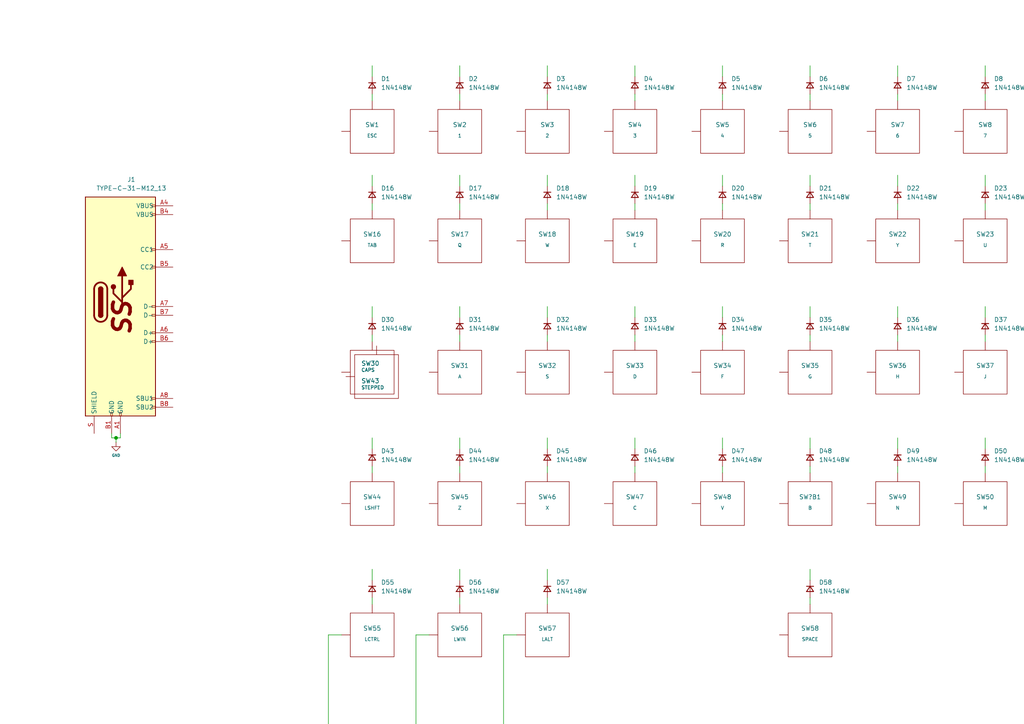
<source format=kicad_sch>
(kicad_sch (version 20200602) (host eeschema "(5.99.0-1913-g40250c427)")
  (page 1 1)
  (paper "A4")
  (lib_symbols
    (symbol "Device:D_Small" (pin_numbers hide) (pin_names (offset 0.254) hide)
      (property "Reference" "D" (at -1.27 2.032 0))
      (property "Value" "D_Small" (at -3.81 -2.032 0))
      (symbol "D_Small_0_1"
        (polyline (pts (xy -0.762 -1.016) (xy -0.762 1.016)) (stroke (width 0.254)))
        (polyline (pts (xy -0.762 0) (xy 0.762 0)))
        (polyline (pts (xy 0.762 -1.016) (xy -0.762 0) (xy 0.762 1.016) (xy 0.762 -1.016)) (stroke (width 0.254)))
      )
      (symbol "D_Small_1_1"
        (pin passive line (at -2.54 0 0) (length 1.778) (name "K") (number "1"))
        (pin passive line (at 2.54 0 180) (length 1.778) (name "A") (number "2"))
      )
    )
    (symbol "acheronSymbols:MXSwitch"
      (property "Reference" "SW" (at 0 0 0))
      (property "Value" "MXSwitch" (at 0 -3.81 0))
      (symbol "MXSwitch_0_1"
        (rectangle (start -6.35 6.35) (end 6.35 -6.35))
        (polyline (pts (xy -6.35 0) (xy -8.89 0)))
        (polyline (pts (xy 0 6.35) (xy 0 8.89)))
      )
      (symbol "MXSwitch_1_1"
        (pin output line (at -8.89 0 0) (length 2.54) hide (name "Col") (number "1"))
        (pin input line (at 0 8.89 270) (length 2.54) hide (name "Row") (number "2"))
      )
    )
    (symbol "acheronSymbols:TYPE-C-31-M12_13"
      (property "Reference" "J" (at -1.27 35.56 0))
      (property "Value" "TYPE-C-31-M12_13" (at 10.16 33.02 0))
      (symbol "TYPE-C-31-M12_13_0_1"
        (arc (start -7.62 -2.54) (end -3.81 -2.54) (radius (at -5.715 -2.54) (length 1.905) (angles -179.9 -0.1)) (stroke (width 0.508)))
        (arc (start -6.35 -2.54) (end -5.08 -2.54) (radius (at -5.715 -2.54) (length 0.635) (angles -179.9 -0.1)) (stroke (width 0.254)))
        (arc (start -6.35 -2.54) (end -5.08 -2.54) (radius (at -5.715 -2.54) (length 0.635) (angles -179.9 -0.1)) (stroke (width 0.254)) (fill (type outline)))
        (arc (start -5.08 5.08) (end -6.35 5.08) (radius (at -5.715 5.08) (length 0.635) (angles 0.1 179.9)) (stroke (width 0.254)) (fill (type outline)))
        (arc (start -5.08 5.08) (end -6.35 5.08) (radius (at -5.715 5.08) (length 0.635) (angles 0.1 179.9)) (stroke (width 0.254)))
        (arc (start -3.81 5.08) (end -7.62 5.08) (radius (at -5.715 5.08) (length 1.905) (angles 0.1 179.9)) (stroke (width 0.508)))
        (circle (center -2.032 5.715) (radius 0.635) (stroke (width 0.254)) (fill (type outline)))
        (rectangle (start -10.16 31.75) (end 10.16 -31.75) (stroke (width 0.254)) (fill (type background)))
        (rectangle (start -6.35 -2.54) (end -5.08 5.08) (stroke (width 0.254)) (fill (type outline)))
        (rectangle (start 2.413 6.35) (end 3.683 7.62) (stroke (width 0.254)) (fill (type outline)))
        (polyline (pts (xy -7.62 -2.54) (xy -7.62 5.08)) (stroke (width 0.508)))
        (polyline (pts (xy -3.81 5.08) (xy -3.81 -2.54)) (stroke (width 0.508)))
        (polyline (pts (xy 0.508 0) (xy 0.508 8.89)) (stroke (width 0.508)))
        (polyline (pts (xy 0.508 1.27) (xy -2.032 3.81) (xy -2.032 5.08)) (stroke (width 0.508)))
        (polyline (pts (xy 0.508 2.54) (xy 3.048 5.08) (xy 3.048 6.35)) (stroke (width 0.508)))
        (polyline (pts (xy -0.762 8.89) (xy 0.508 11.43) (xy 1.778 8.89) (xy -0.762 8.89)) (stroke (width 0.254)) (fill (type outline)))
      )
      (symbol "TYPE-C-31-M12_13_0_0"
        (text "SS" (at 0.508 -3.175 900) (effects (font (size 5.08 5.08) bold italic)))
        (rectangle (start -0.254 -31.75) (end 0.254 -30.734))
        (rectangle (start 10.16 -28.956) (end 9.144 -29.464))
        (rectangle (start 10.16 -26.416) (end 9.144 -26.924))
        (rectangle (start 10.16 -9.906) (end 9.144 -10.414))
        (rectangle (start 10.16 -7.366) (end 9.144 -7.874))
        (rectangle (start 10.16 -2.286) (end 9.144 -2.794))
        (rectangle (start 10.16 0.254) (end 9.144 -0.254))
        (rectangle (start 10.16 11.684) (end 9.144 11.176))
        (rectangle (start 10.16 16.764) (end 9.144 16.256))
        (rectangle (start 10.16 29.464) (end 9.144 28.956))
      )
      (symbol "TYPE-C-31-M12_13_1_1"
        (rectangle (start -2.794 -31.75) (end -2.286 -30.734))
        (rectangle (start 10.16 26.924) (end 9.144 26.416))
        (pin power_out line (at 0 -36.83 90) (length 5.08) (name "GND") (number "A1"))
        (pin power_out line (at 15.24 29.21 180) (length 5.08) (name "VBUS") (number "A4"))
        (pin bidirectional line (at 15.24 16.51 180) (length 5.08) (name "CC1") (number "A5"))
        (pin bidirectional line (at 15.24 -7.62 180) (length 5.08) (name "D+") (number "A6"))
        (pin bidirectional line (at 15.24 0 180) (length 5.08) (name "D-") (number "A7"))
        (pin bidirectional line (at 15.24 -26.67 180) (length 5.08) (name "SBU1") (number "A8"))
        (pin power_out line (at -2.54 -36.83 90) (length 5.08) (name "GND") (number "B1"))
        (pin power_out line (at 15.24 26.67 180) (length 5.08) (name "VBUS") (number "B4"))
        (pin bidirectional line (at 15.24 11.43 180) (length 5.08) (name "CC2") (number "B5"))
        (pin bidirectional line (at 15.24 -10.16 180) (length 5.08) (name "D+") (number "B6"))
        (pin bidirectional line (at 15.24 -2.54 180) (length 5.08) (name "D-") (number "B7"))
        (pin bidirectional line (at 15.24 -29.21 180) (length 5.08) (name "SBU2") (number "B8"))
        (pin passive line (at -7.62 -36.83 90) (length 5.08) (name "SHIELD") (number "S"))
      )
    )
    (symbol "power:GND" (power) (pin_names (offset 0))
      (property "Value" "GND" (at 0 -3.81 0))
      (symbol "GND_0_1"
        (polyline (pts (xy 0 0) (xy 0 -1.27) (xy 1.27 -1.27) (xy 0 -2.54) (xy -1.27 -1.27) (xy 0 -1.27)))
      )
      (symbol "GND_1_1"
        (pin power_in line (at 0 0 270) (length 0) hide (name "GND") (number "1"))
      )
    )
  )
  (junction (at 33.655 127))
  (wire (pts (xy 32.385 125.73) (xy 32.385 127)))
  (wire (pts (xy 32.385 127) (xy 33.655 127)))
  (wire (pts (xy 33.655 127) (xy 33.655 128.27)))
  (wire (pts (xy 33.655 127) (xy 34.925 127)))
  (wire (pts (xy 34.925 127) (xy 34.925 125.73)))
  (wire (pts (xy 95.25 184.15) (xy 95.25 222.25)))
  (wire (pts (xy 95.25 222.25) (xy 99.06 222.25)))
  (wire (pts (xy 99.06 184.15) (xy 95.25 184.15)))
  (wire (pts (xy 107.95 19.05) (xy 107.95 22.225)))
  (wire (pts (xy 107.95 27.305) (xy 107.95 29.21)))
  (wire (pts (xy 107.95 50.8) (xy 107.95 53.975)))
  (wire (pts (xy 107.95 59.055) (xy 107.95 60.96)))
  (wire (pts (xy 107.95 88.9) (xy 107.95 92.075)))
  (wire (pts (xy 107.95 97.155) (xy 107.95 99.06)))
  (wire (pts (xy 107.95 127) (xy 107.95 130.175)))
  (wire (pts (xy 107.95 135.255) (xy 107.95 137.16)))
  (wire (pts (xy 107.95 165.1) (xy 107.95 168.275)))
  (wire (pts (xy 107.95 173.355) (xy 107.95 175.26)))
  (wire (pts (xy 107.95 211.455) (xy 107.95 213.36)))
  (wire (pts (xy 120.65 184.15) (xy 120.65 222.25)))
  (wire (pts (xy 120.65 222.25) (xy 124.46 222.25)))
  (wire (pts (xy 124.46 184.15) (xy 120.65 184.15)))
  (wire (pts (xy 133.35 19.05) (xy 133.35 22.225)))
  (wire (pts (xy 133.35 27.305) (xy 133.35 29.21)))
  (wire (pts (xy 133.35 50.8) (xy 133.35 53.975)))
  (wire (pts (xy 133.35 59.055) (xy 133.35 60.96)))
  (wire (pts (xy 133.35 88.9) (xy 133.35 92.075)))
  (wire (pts (xy 133.35 97.155) (xy 133.35 99.06)))
  (wire (pts (xy 133.35 127) (xy 133.35 130.175)))
  (wire (pts (xy 133.35 135.255) (xy 133.35 137.16)))
  (wire (pts (xy 133.35 165.1) (xy 133.35 168.275)))
  (wire (pts (xy 133.35 173.355) (xy 133.35 175.26)))
  (wire (pts (xy 133.35 211.455) (xy 133.35 213.36)))
  (wire (pts (xy 146.05 184.15) (xy 146.05 222.25)))
  (wire (pts (xy 146.05 222.25) (xy 149.86 222.25)))
  (wire (pts (xy 149.86 184.15) (xy 146.05 184.15)))
  (wire (pts (xy 158.75 19.05) (xy 158.75 22.225)))
  (wire (pts (xy 158.75 27.305) (xy 158.75 29.21)))
  (wire (pts (xy 158.75 50.8) (xy 158.75 53.975)))
  (wire (pts (xy 158.75 59.055) (xy 158.75 60.96)))
  (wire (pts (xy 158.75 88.9) (xy 158.75 92.075)))
  (wire (pts (xy 158.75 97.155) (xy 158.75 99.06)))
  (wire (pts (xy 158.75 127) (xy 158.75 130.175)))
  (wire (pts (xy 158.75 135.255) (xy 158.75 137.16)))
  (wire (pts (xy 158.75 165.1) (xy 158.75 168.275)))
  (wire (pts (xy 158.75 173.355) (xy 158.75 175.26)))
  (wire (pts (xy 158.75 211.455) (xy 158.75 213.36)))
  (wire (pts (xy 184.15 19.05) (xy 184.15 22.225)))
  (wire (pts (xy 184.15 27.305) (xy 184.15 29.21)))
  (wire (pts (xy 184.15 50.8) (xy 184.15 53.975)))
  (wire (pts (xy 184.15 59.055) (xy 184.15 60.96)))
  (wire (pts (xy 184.15 88.9) (xy 184.15 92.075)))
  (wire (pts (xy 184.15 97.155) (xy 184.15 99.06)))
  (wire (pts (xy 184.15 127) (xy 184.15 130.175)))
  (wire (pts (xy 184.15 135.255) (xy 184.15 137.16)))
  (wire (pts (xy 209.55 19.05) (xy 209.55 22.225)))
  (wire (pts (xy 209.55 27.305) (xy 209.55 29.21)))
  (wire (pts (xy 209.55 50.8) (xy 209.55 53.975)))
  (wire (pts (xy 209.55 59.055) (xy 209.55 60.96)))
  (wire (pts (xy 209.55 88.9) (xy 209.55 92.075)))
  (wire (pts (xy 209.55 97.155) (xy 209.55 99.06)))
  (wire (pts (xy 209.55 127) (xy 209.55 130.175)))
  (wire (pts (xy 209.55 135.255) (xy 209.55 137.16)))
  (wire (pts (xy 234.95 19.05) (xy 234.95 22.225)))
  (wire (pts (xy 234.95 27.305) (xy 234.95 29.21)))
  (wire (pts (xy 234.95 50.8) (xy 234.95 53.975)))
  (wire (pts (xy 234.95 59.055) (xy 234.95 60.96)))
  (wire (pts (xy 234.95 88.9) (xy 234.95 92.075)))
  (wire (pts (xy 234.95 97.155) (xy 234.95 99.06)))
  (wire (pts (xy 234.95 127) (xy 234.95 130.175)))
  (wire (pts (xy 234.95 135.255) (xy 234.95 137.16)))
  (wire (pts (xy 234.95 165.1) (xy 234.95 168.275)))
  (wire (pts (xy 234.95 173.355) (xy 234.95 175.26)))
  (wire (pts (xy 234.95 211.455) (xy 234.95 213.36)))
  (wire (pts (xy 260.35 19.05) (xy 260.35 22.225)))
  (wire (pts (xy 260.35 27.305) (xy 260.35 29.21)))
  (wire (pts (xy 260.35 50.8) (xy 260.35 53.975)))
  (wire (pts (xy 260.35 59.055) (xy 260.35 60.96)))
  (wire (pts (xy 260.35 88.9) (xy 260.35 92.075)))
  (wire (pts (xy 260.35 97.155) (xy 260.35 99.06)))
  (wire (pts (xy 260.35 127) (xy 260.35 130.175)))
  (wire (pts (xy 260.35 135.255) (xy 260.35 137.16)))
  (wire (pts (xy 285.75 19.05) (xy 285.75 22.225)))
  (wire (pts (xy 285.75 27.305) (xy 285.75 29.21)))
  (wire (pts (xy 285.75 50.8) (xy 285.75 53.975)))
  (wire (pts (xy 285.75 59.055) (xy 285.75 60.96)))
  (wire (pts (xy 285.75 88.9) (xy 285.75 92.075)))
  (wire (pts (xy 285.75 97.155) (xy 285.75 99.06)))
  (wire (pts (xy 285.75 127) (xy 285.75 130.175)))
  (wire (pts (xy 285.75 135.255) (xy 285.75 137.16)))
  (wire (pts (xy 311.15 19.05) (xy 311.15 22.225)))
  (wire (pts (xy 311.15 27.305) (xy 311.15 29.21)))
  (wire (pts (xy 311.15 50.8) (xy 311.15 53.975)))
  (wire (pts (xy 311.15 59.055) (xy 311.15 60.96)))
  (wire (pts (xy 311.15 88.9) (xy 311.15 92.075)))
  (wire (pts (xy 311.15 97.155) (xy 311.15 99.06)))
  (wire (pts (xy 311.15 127) (xy 311.15 130.175)))
  (wire (pts (xy 311.15 135.255) (xy 311.15 137.16)))
  (wire (pts (xy 311.15 165.1) (xy 311.15 168.275)))
  (wire (pts (xy 311.15 173.355) (xy 311.15 175.26)))
  (wire (pts (xy 323.85 184.15) (xy 323.85 222.25)))
  (wire (pts (xy 323.85 222.25) (xy 327.66 222.25)))
  (wire (pts (xy 327.66 184.15) (xy 323.85 184.15)))
  (wire (pts (xy 336.55 19.05) (xy 336.55 22.225)))
  (wire (pts (xy 336.55 27.305) (xy 336.55 29.21)))
  (wire (pts (xy 336.55 50.8) (xy 336.55 53.975)))
  (wire (pts (xy 336.55 59.055) (xy 336.55 60.96)))
  (wire (pts (xy 336.55 88.9) (xy 336.55 92.075)))
  (wire (pts (xy 336.55 97.155) (xy 336.55 99.06)))
  (wire (pts (xy 336.55 127) (xy 336.55 130.175)))
  (wire (pts (xy 336.55 135.255) (xy 336.55 137.16)))
  (wire (pts (xy 336.55 165.1) (xy 336.55 168.275)))
  (wire (pts (xy 336.55 173.355) (xy 336.55 175.26)))
  (wire (pts (xy 336.55 211.455) (xy 336.55 213.36)))
  (wire (pts (xy 349.25 184.15) (xy 349.25 222.25)))
  (wire (pts (xy 349.25 222.25) (xy 353.06 222.25)))
  (wire (pts (xy 353.06 184.15) (xy 349.25 184.15)))
  (wire (pts (xy 361.95 19.05) (xy 361.95 22.225)))
  (wire (pts (xy 361.95 27.305) (xy 361.95 29.21)))
  (wire (pts (xy 361.95 50.8) (xy 361.95 53.975)))
  (wire (pts (xy 361.95 59.055) (xy 361.95 60.96)))
  (wire (pts (xy 361.95 88.9) (xy 361.95 92.075)))
  (wire (pts (xy 361.95 97.155) (xy 361.95 99.06)))
  (wire (pts (xy 361.95 127) (xy 361.95 130.175)))
  (wire (pts (xy 361.95 135.255) (xy 361.95 137.16)))
  (wire (pts (xy 361.95 165.1) (xy 361.95 168.275)))
  (wire (pts (xy 361.95 173.355) (xy 361.95 175.26)))
  (wire (pts (xy 361.95 211.455) (xy 361.95 213.36)))
  (wire (pts (xy 374.65 184.15) (xy 374.65 222.25)))
  (wire (pts (xy 374.65 222.25) (xy 378.46 222.25)))
  (wire (pts (xy 378.46 184.15) (xy 374.65 184.15)))
  (wire (pts (xy 387.35 19.05) (xy 387.35 22.225)))
  (wire (pts (xy 387.35 27.305) (xy 387.35 29.21)))
  (wire (pts (xy 387.35 50.8) (xy 387.35 53.975)))
  (wire (pts (xy 387.35 59.055) (xy 387.35 60.96)))
  (wire (pts (xy 387.35 88.9) (xy 387.35 92.075)))
  (wire (pts (xy 387.35 97.155) (xy 387.35 99.06)))
  (wire (pts (xy 387.35 127) (xy 387.35 130.175)))
  (wire (pts (xy 387.35 135.255) (xy 387.35 137.16)))
  (wire (pts (xy 387.35 165.1) (xy 387.35 168.275)))
  (wire (pts (xy 387.35 173.355) (xy 387.35 175.26)))
  (wire (pts (xy 387.35 211.455) (xy 387.35 213.36)))
  (wire (pts (xy 412.75 19.05) (xy 412.75 22.225)))
  (wire (pts (xy 412.75 27.305) (xy 412.75 29.21)))
  (wire (pts (xy 412.75 50.8) (xy 412.75 53.975)))
  (wire (pts (xy 412.75 59.055) (xy 412.75 60.96)))
  (wire (pts (xy 412.75 88.9) (xy 412.75 92.075)))
  (wire (pts (xy 412.75 97.155) (xy 412.75 99.06)))
  (wire (pts (xy 438.15 19.05) (xy 438.15 22.225)))
  (wire (pts (xy 438.15 27.305) (xy 438.15 29.21)))
  (wire (pts (xy 438.15 50.8) (xy 438.15 53.975)))
  (wire (pts (xy 438.15 59.055) (xy 438.15 60.96)))
  (wire (pts (xy 463.55 19.05) (xy 463.55 22.225)))
  (wire (pts (xy 463.55 27.305) (xy 463.55 29.21)))
  (symbol (lib_id "power:GND") (at 33.655 128.27 0) (unit 1)
    (property "Reference" "#PWR0101" (effects hide))
    (property "Value" "GND" (at 33.655 132.08 0) (effects (font (size 0.762 0.762))))
  )
  (symbol (lib_id "Device:D_Small") (at 107.95 24.765 270) (unit 1)
    (property "Reference" "D1" (at 110.49 22.86 90) (effects (justify left)))
    (property "Value" "1N4148W" (at 110.49 25.4 90) (effects (justify left)))
    (property "Footprint" "acheron_Components:D_SOD-123" (effects hide))
    (property "Package" "SOD-123" (effects hide))
  )
  (symbol (lib_id "Device:D_Small") (at 107.95 56.515 270) (unit 1)
    (property "Reference" "D16" (at 110.49 54.61 90) (effects (justify left)))
    (property "Value" "1N4148W" (at 110.49 57.15 90) (effects (justify left)))
    (property "Footprint" "acheron_Components:D_SOD-123" (effects hide))
    (property "Package" "SOD-123" (effects hide))
  )
  (symbol (lib_id "Device:D_Small") (at 107.95 94.615 270) (unit 1)
    (property "Reference" "D30" (at 110.49 92.71 90) (effects (justify left)))
    (property "Value" "1N4148W" (at 110.49 95.25 90) (effects (justify left)))
    (property "Footprint" "acheron_Components:D_SOD-123" (effects hide))
    (property "Package" "SOD-123" (effects hide))
  )
  (symbol (lib_id "Device:D_Small") (at 107.95 132.715 270) (unit 1)
    (property "Reference" "D43" (at 110.49 130.81 90) (effects (justify left)))
    (property "Value" "1N4148W" (at 110.49 133.35 90) (effects (justify left)))
    (property "Footprint" "acheron_Components:D_SOD-123" (effects hide))
    (property "Package" "SOD-123" (effects hide))
  )
  (symbol (lib_id "Device:D_Small") (at 107.95 170.815 270) (unit 1)
    (property "Reference" "D55" (at 110.49 168.91 90) (effects (justify left)))
    (property "Value" "1N4148W" (at 110.49 171.45 90) (effects (justify left)))
    (property "Footprint" "acheron_Components:D_SOD-123" (effects hide))
    (property "Package" "SOD-123" (effects hide))
  )
  (symbol (lib_id "Device:D_Small") (at 133.35 24.765 270) (unit 1)
    (property "Reference" "D2" (at 135.89 22.86 90) (effects (justify left)))
    (property "Value" "1N4148W" (at 135.89 25.4 90) (effects (justify left)))
    (property "Footprint" "acheron_Components:D_SOD-123" (effects hide))
    (property "Package" "SOD-123" (effects hide))
  )
  (symbol (lib_id "Device:D_Small") (at 133.35 56.515 270) (unit 1)
    (property "Reference" "D17" (at 135.89 54.61 90) (effects (justify left)))
    (property "Value" "1N4148W" (at 135.89 57.15 90) (effects (justify left)))
    (property "Footprint" "acheron_Components:D_SOD-123" (effects hide))
    (property "Package" "SOD-123" (effects hide))
  )
  (symbol (lib_id "Device:D_Small") (at 133.35 94.615 270) (unit 1)
    (property "Reference" "D31" (at 135.89 92.71 90) (effects (justify left)))
    (property "Value" "1N4148W" (at 135.89 95.25 90) (effects (justify left)))
    (property "Footprint" "acheron_Components:D_SOD-123" (effects hide))
    (property "Package" "SOD-123" (effects hide))
  )
  (symbol (lib_id "Device:D_Small") (at 133.35 132.715 270) (unit 1)
    (property "Reference" "D44" (at 135.89 130.81 90) (effects (justify left)))
    (property "Value" "1N4148W" (at 135.89 133.35 90) (effects (justify left)))
    (property "Footprint" "acheron_Components:D_SOD-123" (effects hide))
    (property "Package" "SOD-123" (effects hide))
  )
  (symbol (lib_id "Device:D_Small") (at 133.35 170.815 270) (unit 1)
    (property "Reference" "D56" (at 135.89 168.91 90) (effects (justify left)))
    (property "Value" "1N4148W" (at 135.89 171.45 90) (effects (justify left)))
    (property "Footprint" "acheron_Components:D_SOD-123" (effects hide))
    (property "Package" "SOD-123" (effects hide))
  )
  (symbol (lib_id "Device:D_Small") (at 158.75 24.765 270) (unit 1)
    (property "Reference" "D3" (at 161.29 22.86 90) (effects (justify left)))
    (property "Value" "1N4148W" (at 161.29 25.4 90) (effects (justify left)))
    (property "Footprint" "acheron_Components:D_SOD-123" (effects hide))
    (property "Package" "SOD-123" (effects hide))
  )
  (symbol (lib_id "Device:D_Small") (at 158.75 56.515 270) (unit 1)
    (property "Reference" "D18" (at 161.29 54.61 90) (effects (justify left)))
    (property "Value" "1N4148W" (at 161.29 57.15 90) (effects (justify left)))
    (property "Footprint" "acheron_Components:D_SOD-123" (effects hide))
    (property "Package" "SOD-123" (effects hide))
  )
  (symbol (lib_id "Device:D_Small") (at 158.75 94.615 270) (unit 1)
    (property "Reference" "D32" (at 161.29 92.71 90) (effects (justify left)))
    (property "Value" "1N4148W" (at 161.29 95.25 90) (effects (justify left)))
    (property "Footprint" "acheron_Components:D_SOD-123" (effects hide))
    (property "Package" "SOD-123" (effects hide))
  )
  (symbol (lib_id "Device:D_Small") (at 158.75 132.715 270) (unit 1)
    (property "Reference" "D45" (at 161.29 130.81 90) (effects (justify left)))
    (property "Value" "1N4148W" (at 161.29 133.35 90) (effects (justify left)))
    (property "Footprint" "acheron_Components:D_SOD-123" (effects hide))
    (property "Package" "SOD-123" (effects hide))
  )
  (symbol (lib_id "Device:D_Small") (at 158.75 170.815 270) (unit 1)
    (property "Reference" "D57" (at 161.29 168.91 90) (effects (justify left)))
    (property "Value" "1N4148W" (at 161.29 171.45 90) (effects (justify left)))
    (property "Footprint" "acheron_Components:D_SOD-123" (effects hide))
    (property "Package" "SOD-123" (effects hide))
  )
  (symbol (lib_id "Device:D_Small") (at 184.15 24.765 270) (unit 1)
    (property "Reference" "D4" (at 186.69 22.86 90) (effects (justify left)))
    (property "Value" "1N4148W" (at 186.69 25.4 90) (effects (justify left)))
    (property "Footprint" "acheron_Components:D_SOD-123" (effects hide))
    (property "Package" "SOD-123" (effects hide))
  )
  (symbol (lib_id "Device:D_Small") (at 184.15 56.515 270) (unit 1)
    (property "Reference" "D19" (at 186.69 54.61 90) (effects (justify left)))
    (property "Value" "1N4148W" (at 186.69 57.15 90) (effects (justify left)))
    (property "Footprint" "acheron_Components:D_SOD-123" (effects hide))
    (property "Package" "SOD-123" (effects hide))
  )
  (symbol (lib_id "Device:D_Small") (at 184.15 94.615 270) (unit 1)
    (property "Reference" "D33" (at 186.69 92.71 90) (effects (justify left)))
    (property "Value" "1N4148W" (at 186.69 95.25 90) (effects (justify left)))
    (property "Footprint" "acheron_Components:D_SOD-123" (effects hide))
    (property "Package" "SOD-123" (effects hide))
  )
  (symbol (lib_id "Device:D_Small") (at 184.15 132.715 270) (unit 1)
    (property "Reference" "D46" (at 186.69 130.81 90) (effects (justify left)))
    (property "Value" "1N4148W" (at 186.69 133.35 90) (effects (justify left)))
    (property "Footprint" "acheron_Components:D_SOD-123" (effects hide))
    (property "Package" "SOD-123" (effects hide))
  )
  (symbol (lib_id "Device:D_Small") (at 209.55 24.765 270) (unit 1)
    (property "Reference" "D5" (at 212.09 22.86 90) (effects (justify left)))
    (property "Value" "1N4148W" (at 212.09 25.4 90) (effects (justify left)))
    (property "Footprint" "acheron_Components:D_SOD-123" (effects hide))
    (property "Package" "SOD-123" (effects hide))
  )
  (symbol (lib_id "Device:D_Small") (at 209.55 56.515 270) (unit 1)
    (property "Reference" "D20" (at 212.09 54.61 90) (effects (justify left)))
    (property "Value" "1N4148W" (at 212.09 57.15 90) (effects (justify left)))
    (property "Footprint" "acheron_Components:D_SOD-123" (effects hide))
    (property "Package" "SOD-123" (effects hide))
  )
  (symbol (lib_id "Device:D_Small") (at 209.55 94.615 270) (unit 1)
    (property "Reference" "D34" (at 212.09 92.71 90) (effects (justify left)))
    (property "Value" "1N4148W" (at 212.09 95.25 90) (effects (justify left)))
    (property "Footprint" "acheron_Components:D_SOD-123" (effects hide))
    (property "Package" "SOD-123" (effects hide))
  )
  (symbol (lib_id "Device:D_Small") (at 209.55 132.715 270) (unit 1)
    (property "Reference" "D47" (at 212.09 130.81 90) (effects (justify left)))
    (property "Value" "1N4148W" (at 212.09 133.35 90) (effects (justify left)))
    (property "Footprint" "acheron_Components:D_SOD-123" (effects hide))
    (property "Package" "SOD-123" (effects hide))
  )
  (symbol (lib_id "Device:D_Small") (at 234.95 24.765 270) (unit 1)
    (property "Reference" "D6" (at 237.49 22.86 90) (effects (justify left)))
    (property "Value" "1N4148W" (at 237.49 25.4 90) (effects (justify left)))
    (property "Footprint" "acheron_Components:D_SOD-123" (effects hide))
    (property "Package" "SOD-123" (effects hide))
  )
  (symbol (lib_id "Device:D_Small") (at 234.95 56.515 270) (unit 1)
    (property "Reference" "D21" (at 237.49 54.61 90) (effects (justify left)))
    (property "Value" "1N4148W" (at 237.49 57.15 90) (effects (justify left)))
    (property "Footprint" "acheron_Components:D_SOD-123" (effects hide))
    (property "Package" "SOD-123" (effects hide))
  )
  (symbol (lib_id "Device:D_Small") (at 234.95 94.615 270) (unit 1)
    (property "Reference" "D35" (at 237.49 92.71 90) (effects (justify left)))
    (property "Value" "1N4148W" (at 237.49 95.25 90) (effects (justify left)))
    (property "Footprint" "acheron_Components:D_SOD-123" (effects hide))
    (property "Package" "SOD-123" (effects hide))
  )
  (symbol (lib_id "Device:D_Small") (at 234.95 132.715 270) (unit 1)
    (property "Reference" "D48" (at 237.49 130.81 90) (effects (justify left)))
    (property "Value" "1N4148W" (at 237.49 133.35 90) (effects (justify left)))
    (property "Footprint" "acheron_Components:D_SOD-123" (effects hide))
    (property "Package" "SOD-123" (effects hide))
  )
  (symbol (lib_id "Device:D_Small") (at 234.95 170.815 270) (unit 1)
    (property "Reference" "D58" (at 237.49 168.91 90) (effects (justify left)))
    (property "Value" "1N4148W" (at 237.49 171.45 90) (effects (justify left)))
    (property "Footprint" "acheron_Components:D_SOD-123" (effects hide))
    (property "Package" "SOD-123" (effects hide))
  )
  (symbol (lib_id "Device:D_Small") (at 260.35 24.765 270) (unit 1)
    (property "Reference" "D7" (at 262.89 22.86 90) (effects (justify left)))
    (property "Value" "1N4148W" (at 262.89 25.4 90) (effects (justify left)))
    (property "Footprint" "acheron_Components:D_SOD-123" (effects hide))
    (property "Package" "SOD-123" (effects hide))
  )
  (symbol (lib_id "Device:D_Small") (at 260.35 56.515 270) (unit 1)
    (property "Reference" "D22" (at 262.89 54.61 90) (effects (justify left)))
    (property "Value" "1N4148W" (at 262.89 57.15 90) (effects (justify left)))
    (property "Footprint" "acheron_Components:D_SOD-123" (effects hide))
    (property "Package" "SOD-123" (effects hide))
  )
  (symbol (lib_id "Device:D_Small") (at 260.35 94.615 270) (unit 1)
    (property "Reference" "D36" (at 262.89 92.71 90) (effects (justify left)))
    (property "Value" "1N4148W" (at 262.89 95.25 90) (effects (justify left)))
    (property "Footprint" "acheron_Components:D_SOD-123" (effects hide))
    (property "Package" "SOD-123" (effects hide))
  )
  (symbol (lib_id "Device:D_Small") (at 260.35 132.715 270) (unit 1)
    (property "Reference" "D49" (at 262.89 130.81 90) (effects (justify left)))
    (property "Value" "1N4148W" (at 262.89 133.35 90) (effects (justify left)))
    (property "Footprint" "acheron_Components:D_SOD-123" (effects hide))
    (property "Package" "SOD-123" (effects hide))
  )
  (symbol (lib_id "Device:D_Small") (at 285.75 24.765 270) (unit 1)
    (property "Reference" "D8" (at 288.29 22.86 90) (effects (justify left)))
    (property "Value" "1N4148W" (at 288.29 25.4 90) (effects (justify left)))
    (property "Footprint" "acheron_Components:D_SOD-123" (effects hide))
    (property "Package" "SOD-123" (effects hide))
  )
  (symbol (lib_id "Device:D_Small") (at 285.75 56.515 270) (unit 1)
    (property "Reference" "D23" (at 288.29 54.61 90) (effects (justify left)))
    (property "Value" "1N4148W" (at 288.29 57.15 90) (effects (justify left)))
    (property "Footprint" "acheron_Components:D_SOD-123" (effects hide))
    (property "Package" "SOD-123" (effects hide))
  )
  (symbol (lib_id "Device:D_Small") (at 285.75 94.615 270) (unit 1)
    (property "Reference" "D37" (at 288.29 92.71 90) (effects (justify left)))
    (property "Value" "1N4148W" (at 288.29 95.25 90) (effects (justify left)))
    (property "Footprint" "acheron_Components:D_SOD-123" (effects hide))
    (property "Package" "SOD-123" (effects hide))
  )
  (symbol (lib_id "Device:D_Small") (at 285.75 132.715 270) (unit 1)
    (property "Reference" "D50" (at 288.29 130.81 90) (effects (justify left)))
    (property "Value" "1N4148W" (at 288.29 133.35 90) (effects (justify left)))
    (property "Footprint" "acheron_Components:D_SOD-123" (effects hide))
    (property "Package" "SOD-123" (effects hide))
  )
  (symbol (lib_id "Device:D_Small") (at 311.15 24.765 270) (unit 1)
    (property "Reference" "D9" (at 313.69 22.86 90) (effects (justify left)))
    (property "Value" "1N4148W" (at 313.69 25.4 90) (effects (justify left)))
    (property "Footprint" "acheron_Components:D_SOD-123" (effects hide))
    (property "Package" "SOD-123" (effects hide))
  )
  (symbol (lib_id "Device:D_Small") (at 311.15 56.515 270) (unit 1)
    (property "Reference" "D24" (at 313.69 54.61 90) (effects (justify left)))
    (property "Value" "1N4148W" (at 313.69 57.15 90) (effects (justify left)))
    (property "Footprint" "acheron_Components:D_SOD-123" (effects hide))
    (property "Package" "SOD-123" (effects hide))
  )
  (symbol (lib_id "Device:D_Small") (at 311.15 94.615 270) (unit 1)
    (property "Reference" "D38" (at 313.69 92.71 90) (effects (justify left)))
    (property "Value" "1N4148W" (at 313.69 95.25 90) (effects (justify left)))
    (property "Footprint" "acheron_Components:D_SOD-123" (effects hide))
    (property "Package" "SOD-123" (effects hide))
  )
  (symbol (lib_id "Device:D_Small") (at 311.15 132.715 270) (unit 1)
    (property "Reference" "D51" (at 313.69 130.81 90) (effects (justify left)))
    (property "Value" "1N4148W" (at 313.69 133.35 90) (effects (justify left)))
    (property "Footprint" "acheron_Components:D_SOD-123" (effects hide))
    (property "Package" "SOD-123" (effects hide))
  )
  (symbol (lib_id "Device:D_Small") (at 311.15 170.815 270) (unit 1)
    (property "Reference" "D59" (at 313.69 168.91 90) (effects (justify left)))
    (property "Value" "1N4148W" (at 313.69 171.45 90) (effects (justify left)))
    (property "Footprint" "acheron_Components:D_SOD-123" (effects hide))
    (property "Package" "SOD-123" (effects hide))
  )
  (symbol (lib_id "Device:D_Small") (at 336.55 24.765 270) (unit 1)
    (property "Reference" "D10" (at 339.09 22.86 90) (effects (justify left)))
    (property "Value" "1N4148W" (at 339.09 25.4 90) (effects (justify left)))
    (property "Footprint" "acheron_Components:D_SOD-123" (effects hide))
    (property "Package" "SOD-123" (effects hide))
  )
  (symbol (lib_id "Device:D_Small") (at 336.55 56.515 270) (unit 1)
    (property "Reference" "D25" (at 339.09 54.61 90) (effects (justify left)))
    (property "Value" "1N4148W" (at 339.09 57.15 90) (effects (justify left)))
    (property "Footprint" "acheron_Components:D_SOD-123" (effects hide))
    (property "Package" "SOD-123" (effects hide))
  )
  (symbol (lib_id "Device:D_Small") (at 336.55 94.615 270) (unit 1)
    (property "Reference" "D39" (at 339.09 92.71 90) (effects (justify left)))
    (property "Value" "1N4148W" (at 339.09 95.25 90) (effects (justify left)))
    (property "Footprint" "acheron_Components:D_SOD-123" (effects hide))
    (property "Package" "SOD-123" (effects hide))
  )
  (symbol (lib_id "Device:D_Small") (at 336.55 132.715 270) (unit 1)
    (property "Reference" "D52" (at 339.09 130.81 90) (effects (justify left)))
    (property "Value" "1N4148W" (at 339.09 133.35 90) (effects (justify left)))
    (property "Footprint" "acheron_Components:D_SOD-123" (effects hide))
    (property "Package" "SOD-123" (effects hide))
  )
  (symbol (lib_id "Device:D_Small") (at 336.55 170.815 270) (unit 1)
    (property "Reference" "D60" (at 339.09 168.91 90) (effects (justify left)))
    (property "Value" "1N4148W" (at 339.09 171.45 90) (effects (justify left)))
    (property "Footprint" "acheron_Components:D_SOD-123" (effects hide))
    (property "Package" "SOD-123" (effects hide))
  )
  (symbol (lib_id "Device:D_Small") (at 361.95 24.765 270) (unit 1)
    (property "Reference" "D11" (at 364.49 22.86 90) (effects (justify left)))
    (property "Value" "1N4148W" (at 364.49 25.4 90) (effects (justify left)))
    (property "Footprint" "acheron_Components:D_SOD-123" (effects hide))
    (property "Package" "SOD-123" (effects hide))
  )
  (symbol (lib_id "Device:D_Small") (at 361.95 56.515 270) (unit 1)
    (property "Reference" "D26" (at 364.49 54.61 90) (effects (justify left)))
    (property "Value" "1N4148W" (at 364.49 57.15 90) (effects (justify left)))
    (property "Footprint" "acheron_Components:D_SOD-123" (effects hide))
    (property "Package" "SOD-123" (effects hide))
  )
  (symbol (lib_id "Device:D_Small") (at 361.95 94.615 270) (unit 1)
    (property "Reference" "D40" (at 364.49 92.71 90) (effects (justify left)))
    (property "Value" "1N4148W" (at 364.49 95.25 90) (effects (justify left)))
    (property "Footprint" "acheron_Components:D_SOD-123" (effects hide))
    (property "Package" "SOD-123" (effects hide))
  )
  (symbol (lib_id "Device:D_Small") (at 361.95 132.715 270) (unit 1)
    (property "Reference" "D53" (at 364.49 130.81 90) (effects (justify left)))
    (property "Value" "1N4148W" (at 364.49 133.35 90) (effects (justify left)))
    (property "Footprint" "acheron_Components:D_SOD-123" (effects hide))
    (property "Package" "SOD-123" (effects hide))
  )
  (symbol (lib_id "Device:D_Small") (at 361.95 170.815 270) (unit 1)
    (property "Reference" "D61" (at 364.49 168.91 90) (effects (justify left)))
    (property "Value" "1N4148W" (at 364.49 171.45 90) (effects (justify left)))
    (property "Footprint" "acheron_Components:D_SOD-123" (effects hide))
    (property "Package" "SOD-123" (effects hide))
  )
  (symbol (lib_id "Device:D_Small") (at 387.35 24.765 270) (unit 1)
    (property "Reference" "D12" (at 389.89 22.86 90) (effects (justify left)))
    (property "Value" "1N4148W" (at 389.89 25.4 90) (effects (justify left)))
    (property "Footprint" "acheron_Components:D_SOD-123" (effects hide))
    (property "Package" "SOD-123" (effects hide))
  )
  (symbol (lib_id "Device:D_Small") (at 387.35 56.515 270) (unit 1)
    (property "Reference" "D27" (at 389.89 54.61 90) (effects (justify left)))
    (property "Value" "1N4148W" (at 389.89 57.15 90) (effects (justify left)))
    (property "Footprint" "acheron_Components:D_SOD-123" (effects hide))
    (property "Package" "SOD-123" (effects hide))
  )
  (symbol (lib_id "Device:D_Small") (at 387.35 94.615 270) (unit 1)
    (property "Reference" "D41" (at 389.89 92.71 90) (effects (justify left)))
    (property "Value" "1N4148W" (at 389.89 95.25 90) (effects (justify left)))
    (property "Footprint" "acheron_Components:D_SOD-123" (effects hide))
    (property "Package" "SOD-123" (effects hide))
  )
  (symbol (lib_id "Device:D_Small") (at 387.35 132.715 270) (unit 1)
    (property "Reference" "D54" (at 389.89 130.81 90) (effects (justify left)))
    (property "Value" "1N4148W" (at 389.89 133.35 90) (effects (justify left)))
    (property "Footprint" "acheron_Components:D_SOD-123" (effects hide))
    (property "Package" "SOD-123" (effects hide))
  )
  (symbol (lib_id "Device:D_Small") (at 387.35 170.815 270) (unit 1)
    (property "Reference" "D62" (at 389.89 168.91 90) (effects (justify left)))
    (property "Value" "1N4148W" (at 389.89 171.45 90) (effects (justify left)))
    (property "Footprint" "acheron_Components:D_SOD-123" (effects hide))
    (property "Package" "SOD-123" (effects hide))
  )
  (symbol (lib_id "Device:D_Small") (at 412.75 24.765 270) (unit 1)
    (property "Reference" "D13" (at 415.29 22.86 90) (effects (justify left)))
    (property "Value" "1N4148W" (at 415.29 25.4 90) (effects (justify left)))
    (property "Footprint" "acheron_Components:D_SOD-123" (effects hide))
    (property "Package" "SOD-123" (effects hide))
  )
  (symbol (lib_id "Device:D_Small") (at 412.75 56.515 270) (unit 1)
    (property "Reference" "D28" (at 415.29 54.61 90) (effects (justify left)))
    (property "Value" "1N4148W" (at 415.29 57.15 90) (effects (justify left)))
    (property "Footprint" "acheron_Components:D_SOD-123" (effects hide))
    (property "Package" "SOD-123" (effects hide))
  )
  (symbol (lib_id "Device:D_Small") (at 412.75 94.615 270) (unit 1)
    (property "Reference" "D42" (at 415.29 92.71 90) (effects (justify left)))
    (property "Value" "1N4148W" (at 415.29 95.25 90) (effects (justify left)))
    (property "Footprint" "acheron_Components:D_SOD-123" (effects hide))
    (property "Package" "SOD-123" (effects hide))
  )
  (symbol (lib_id "Device:D_Small") (at 438.15 24.765 270) (unit 1)
    (property "Reference" "D14" (at 440.69 22.86 90) (effects (justify left)))
    (property "Value" "1N4148W" (at 440.69 25.4 90) (effects (justify left)))
    (property "Footprint" "acheron_Components:D_SOD-123" (effects hide))
    (property "Package" "SOD-123" (effects hide))
  )
  (symbol (lib_id "Device:D_Small") (at 438.15 56.515 270) (unit 1)
    (property "Reference" "D29" (at 440.69 54.61 90) (effects (justify left)))
    (property "Value" "1N4148W" (at 440.69 57.15 90) (effects (justify left)))
    (property "Footprint" "acheron_Components:D_SOD-123" (effects hide))
    (property "Package" "SOD-123" (effects hide))
  )
  (symbol (lib_id "Device:D_Small") (at 463.55 24.765 270) (unit 1)
    (property "Reference" "D15" (at 466.09 22.86 90) (effects (justify left)))
    (property "Value" "1N4148W" (at 466.09 25.4 90) (effects (justify left)))
    (property "Footprint" "acheron_Components:D_SOD-123" (effects hide))
    (property "Package" "SOD-123" (effects hide))
  )
  (symbol (lib_id "acheronSymbols:MXSwitch") (at 107.95 38.1 0) (unit 1)
    (property "Reference" "SW1" (at 107.95 36.195 0))
    (property "Value" "ESC" (at 107.95 39.37 0) (effects (font (size 0.9906 0.9906))))
    (property "Footprint" "acheron_MX_SolderMask:MX100" (effects hide))
  )
  (symbol (lib_id "acheronSymbols:MXSwitch") (at 107.95 69.85 0) (unit 1)
    (property "Reference" "SW16" (at 107.95 67.945 0))
    (property "Value" "TAB" (at 107.95 71.12 0) (effects (font (size 0.9906 0.9906))))
    (property "Footprint" "acheron_MX_SolderMask:MX150" (effects hide))
  )
  (symbol (lib_id "acheronSymbols:MXSwitch") (at 107.95 107.95 0) (unit 1)
    (property "Reference" "SW30" (at 104.775 105.41 0) (effects (justify left)))
    (property "Value" "CAPS" (at 104.775 107.315 0) (effects (font (size 0.9906 0.9906)) (justify left)))
    (property "Footprint" "acheron_MX_SolderMask:MX175" (effects hide))
  )
  (symbol (lib_id "acheronSymbols:MXSwitch") (at 107.95 146.05 0) (unit 1)
    (property "Reference" "SW44" (at 107.95 144.145 0))
    (property "Value" "LSHFT" (at 107.95 147.32 0) (effects (font (size 0.9906 0.9906))))
    (property "Footprint" "acheron_MX_SolderMask:MX225" (effects hide))
  )
  (symbol (lib_id "acheronSymbols:MXSwitch") (at 107.95 184.15 0) (unit 1)
    (property "Reference" "SW55" (at 107.95 182.245 0))
    (property "Value" "LCTRL" (at 107.95 185.42 0) (effects (font (size 0.9906 0.9906))))
    (property "Footprint" "acheron_MX_SolderMask:MX125" (effects hide))
  )
  (symbol (lib_id "acheronSymbols:MXSwitch") (at 107.95 222.25 0) (unit 1)
    (property "Reference" "SW63" (at 107.95 220.345 0))
    (property "Value" "LCTRL" (at 107.95 223.52 0) (effects (font (size 0.9906 0.9906))))
    (property "Footprint" "acheron_MX_SolderMask:MX150" (effects hide))
  )
  (symbol (lib_id "acheronSymbols:MXSwitch") (at 109.22 109.22 0) (unit 1)
    (property "Reference" "SW43" (at 104.775 110.49 0) (effects (justify left)))
    (property "Value" "STEPPED" (at 104.775 112.395 0) (effects (font (size 0.9906 0.9906)) (justify left)))
    (property "Footprint" "acheron_MX_SolderMask:MX125" (effects hide))
  )
  (symbol (lib_id "acheronSymbols:MXSwitch") (at 133.35 38.1 0) (unit 1)
    (property "Reference" "SW2" (at 133.35 36.195 0))
    (property "Value" "1" (at 133.35 39.37 0) (effects (font (size 0.9906 0.9906))))
    (property "Footprint" "acheron_MX_SolderMask:MX100" (effects hide))
  )
  (symbol (lib_id "acheronSymbols:MXSwitch") (at 133.35 69.85 0) (unit 1)
    (property "Reference" "SW17" (at 133.35 67.945 0))
    (property "Value" "Q" (at 133.35 71.12 0) (effects (font (size 0.9906 0.9906))))
    (property "Footprint" "acheron_MX_SolderMask:MX100" (effects hide))
  )
  (symbol (lib_id "acheronSymbols:MXSwitch") (at 133.35 107.95 0) (unit 1)
    (property "Reference" "SW31" (at 133.35 106.045 0))
    (property "Value" "A" (at 133.35 109.22 0) (effects (font (size 0.9906 0.9906))))
    (property "Footprint" "acheron_MX_SolderMask:MX100" (effects hide))
  )
  (symbol (lib_id "acheronSymbols:MXSwitch") (at 133.35 146.05 0) (unit 1)
    (property "Reference" "SW45" (at 133.35 144.145 0))
    (property "Value" "Z" (at 133.35 147.32 0) (effects (font (size 0.9906 0.9906))))
    (property "Footprint" "acheron_MX_SolderMask:MX100" (effects hide))
  )
  (symbol (lib_id "acheronSymbols:MXSwitch") (at 133.35 184.15 0) (unit 1)
    (property "Reference" "SW56" (at 133.35 182.245 0))
    (property "Value" "LWIN" (at 133.35 185.42 0) (effects (font (size 0.9906 0.9906))))
    (property "Footprint" "acheron_MX_SolderMask:MX125" (effects hide))
  )
  (symbol (lib_id "acheronSymbols:MXSwitch") (at 133.35 222.25 0) (unit 1)
    (property "Reference" "SW64" (at 133.35 220.345 0))
    (property "Value" "LWIN" (at 133.35 223.52 0) (effects (font (size 0.9906 0.9906))))
    (property "Footprint" "acheron_MX_SolderMask:MX100" (effects hide))
  )
  (symbol (lib_id "acheronSymbols:MXSwitch") (at 158.75 38.1 0) (unit 1)
    (property "Reference" "SW3" (at 158.75 36.195 0))
    (property "Value" "2" (at 158.75 39.37 0) (effects (font (size 0.9906 0.9906))))
    (property "Footprint" "acheron_MX_SolderMask:MX100" (effects hide))
  )
  (symbol (lib_id "acheronSymbols:MXSwitch") (at 158.75 69.85 0) (unit 1)
    (property "Reference" "SW18" (at 158.75 67.945 0))
    (property "Value" "W" (at 158.75 71.12 0) (effects (font (size 0.9906 0.9906))))
    (property "Footprint" "acheron_MX_SolderMask:MX100" (effects hide))
  )
  (symbol (lib_id "acheronSymbols:MXSwitch") (at 158.75 107.95 0) (unit 1)
    (property "Reference" "SW32" (at 158.75 106.045 0))
    (property "Value" "S" (at 158.75 109.22 0) (effects (font (size 0.9906 0.9906))))
    (property "Footprint" "acheron_MX_SolderMask:MX100" (effects hide))
  )
  (symbol (lib_id "acheronSymbols:MXSwitch") (at 158.75 146.05 0) (unit 1)
    (property "Reference" "SW46" (at 158.75 144.145 0))
    (property "Value" "X" (at 158.75 147.32 0) (effects (font (size 0.9906 0.9906))))
    (property "Footprint" "acheron_MX_SolderMask:MX100" (effects hide))
  )
  (symbol (lib_id "acheronSymbols:MXSwitch") (at 158.75 184.15 0) (unit 1)
    (property "Reference" "SW57" (at 158.75 182.245 0))
    (property "Value" "LALT" (at 158.75 185.42 0) (effects (font (size 0.9906 0.9906))))
    (property "Footprint" "acheron_MX_SolderMask:MX125" (effects hide))
  )
  (symbol (lib_id "acheronSymbols:MXSwitch") (at 158.75 222.25 0) (unit 1)
    (property "Reference" "SW65" (at 158.75 220.345 0))
    (property "Value" "LALT" (at 158.75 223.52 0) (effects (font (size 0.9906 0.9906))))
    (property "Footprint" "acheron_MX_SolderMask:MX150" (effects hide))
  )
  (symbol (lib_id "acheronSymbols:MXSwitch") (at 184.15 38.1 0) (unit 1)
    (property "Reference" "SW4" (at 184.15 36.195 0))
    (property "Value" "3" (at 184.15 39.37 0) (effects (font (size 0.9906 0.9906))))
    (property "Footprint" "acheron_MX_SolderMask:MX100" (effects hide))
  )
  (symbol (lib_id "acheronSymbols:MXSwitch") (at 184.15 69.85 0) (unit 1)
    (property "Reference" "SW19" (at 184.15 67.945 0))
    (property "Value" "E" (at 184.15 71.12 0) (effects (font (size 0.9906 0.9906))))
    (property "Footprint" "acheron_MX_SolderMask:MX100" (effects hide))
  )
  (symbol (lib_id "acheronSymbols:MXSwitch") (at 184.15 107.95 0) (unit 1)
    (property "Reference" "SW33" (at 184.15 106.045 0))
    (property "Value" "D" (at 184.15 109.22 0) (effects (font (size 0.9906 0.9906))))
    (property "Footprint" "acheron_MX_SolderMask:MX100" (effects hide))
  )
  (symbol (lib_id "acheronSymbols:MXSwitch") (at 184.15 146.05 0) (unit 1)
    (property "Reference" "SW47" (at 184.15 144.145 0))
    (property "Value" "C" (at 184.15 147.32 0) (effects (font (size 0.9906 0.9906))))
    (property "Footprint" "acheron_MX_SolderMask:MX100" (effects hide))
  )
  (symbol (lib_id "acheronSymbols:MXSwitch") (at 209.55 38.1 0) (unit 1)
    (property "Reference" "SW5" (at 209.55 36.195 0))
    (property "Value" "4" (at 209.55 39.37 0) (effects (font (size 0.9906 0.9906))))
    (property "Footprint" "acheron_MX_SolderMask:MX100" (effects hide))
  )
  (symbol (lib_id "acheronSymbols:MXSwitch") (at 209.55 69.85 0) (unit 1)
    (property "Reference" "SW20" (at 209.55 67.945 0))
    (property "Value" "R" (at 209.55 71.12 0) (effects (font (size 0.9906 0.9906))))
    (property "Footprint" "acheron_MX_SolderMask:MX100" (effects hide))
  )
  (symbol (lib_id "acheronSymbols:MXSwitch") (at 209.55 107.95 0) (unit 1)
    (property "Reference" "SW34" (at 209.55 106.045 0))
    (property "Value" "F" (at 209.55 109.22 0) (effects (font (size 0.9906 0.9906))))
    (property "Footprint" "acheron_MX_SolderMask:MX100" (effects hide))
  )
  (symbol (lib_id "acheronSymbols:MXSwitch") (at 209.55 146.05 0) (unit 1)
    (property "Reference" "SW48" (at 209.55 144.145 0))
    (property "Value" "V" (at 209.55 147.32 0) (effects (font (size 0.9906 0.9906))))
    (property "Footprint" "acheron_MX_SolderMask:MX100" (effects hide))
  )
  (symbol (lib_id "acheronSymbols:MXSwitch") (at 234.95 38.1 0) (unit 1)
    (property "Reference" "SW6" (at 234.95 36.195 0))
    (property "Value" "5" (at 234.95 39.37 0) (effects (font (size 0.9906 0.9906))))
    (property "Footprint" "acheron_MX_SolderMask:MX100" (effects hide))
  )
  (symbol (lib_id "acheronSymbols:MXSwitch") (at 234.95 69.85 0) (unit 1)
    (property "Reference" "SW21" (at 234.95 67.945 0))
    (property "Value" "T" (at 234.95 71.12 0) (effects (font (size 0.9906 0.9906))))
    (property "Footprint" "acheron_MX_SolderMask:MX100" (effects hide))
  )
  (symbol (lib_id "acheronSymbols:MXSwitch") (at 234.95 107.95 0) (unit 1)
    (property "Reference" "SW35" (at 234.95 106.045 0))
    (property "Value" "G" (at 234.95 109.22 0) (effects (font (size 0.9906 0.9906))))
    (property "Footprint" "acheron_MX_SolderMask:MX100" (effects hide))
  )
  (symbol (lib_id "acheronSymbols:MXSwitch") (at 234.95 146.05 0) (unit 1)
    (property "Reference" "SW?B1" (at 234.95 144.145 0))
    (property "Value" "B" (at 234.95 147.32 0) (effects (font (size 0.9906 0.9906))))
    (property "Footprint" "acheron_MX_SolderMask:MX100" (effects hide))
  )
  (symbol (lib_id "acheronSymbols:MXSwitch") (at 234.95 184.15 0) (unit 1)
    (property "Reference" "SW58" (at 234.95 182.245 0))
    (property "Value" "SPACE" (at 234.95 185.42 0) (effects (font (size 0.9906 0.9906))))
    (property "Footprint" "acheron_MX_SolderMask:MX625R" (effects hide))
  )
  (symbol (lib_id "acheronSymbols:MXSwitch") (at 234.95 222.25 0) (unit 1)
    (property "Reference" "SW66" (at 234.95 220.345 0))
    (property "Value" "SPACE" (at 234.95 223.52 0) (effects (font (size 0.9906 0.9906))))
    (property "Footprint" "acheron_MX_SolderMask:MX700R" (effects hide))
  )
  (symbol (lib_id "acheronSymbols:MXSwitch") (at 260.35 38.1 0) (unit 1)
    (property "Reference" "SW7" (at 260.35 36.195 0))
    (property "Value" "6" (at 260.35 39.37 0) (effects (font (size 0.9906 0.9906))))
    (property "Footprint" "acheron_MX_SolderMask:MX100" (effects hide))
  )
  (symbol (lib_id "acheronSymbols:MXSwitch") (at 260.35 69.85 0) (unit 1)
    (property "Reference" "SW22" (at 260.35 67.945 0))
    (property "Value" "Y" (at 260.35 71.12 0) (effects (font (size 0.9906 0.9906))))
    (property "Footprint" "acheron_MX_SolderMask:MX100" (effects hide))
  )
  (symbol (lib_id "acheronSymbols:MXSwitch") (at 260.35 107.95 0) (unit 1)
    (property "Reference" "SW36" (at 260.35 106.045 0))
    (property "Value" "H" (at 260.35 109.22 0) (effects (font (size 0.9906 0.9906))))
    (property "Footprint" "acheron_MX_SolderMask:MX100" (effects hide))
  )
  (symbol (lib_id "acheronSymbols:MXSwitch") (at 260.35 146.05 0) (unit 1)
    (property "Reference" "SW49" (at 260.35 144.145 0))
    (property "Value" "N" (at 260.35 147.32 0) (effects (font (size 0.9906 0.9906))))
    (property "Footprint" "acheron_MX_SolderMask:MX100" (effects hide))
  )
  (symbol (lib_id "acheronSymbols:MXSwitch") (at 285.75 38.1 0) (unit 1)
    (property "Reference" "SW8" (at 285.75 36.195 0))
    (property "Value" "7" (at 285.75 39.37 0) (effects (font (size 0.9906 0.9906))))
    (property "Footprint" "acheron_MX_SolderMask:MX100" (effects hide))
  )
  (symbol (lib_id "acheronSymbols:MXSwitch") (at 285.75 69.85 0) (unit 1)
    (property "Reference" "SW23" (at 285.75 67.945 0))
    (property "Value" "U" (at 285.75 71.12 0) (effects (font (size 0.9906 0.9906))))
    (property "Footprint" "acheron_MX_SolderMask:MX100" (effects hide))
  )
  (symbol (lib_id "acheronSymbols:MXSwitch") (at 285.75 107.95 0) (unit 1)
    (property "Reference" "SW37" (at 285.75 106.045 0))
    (property "Value" "J" (at 285.75 109.22 0) (effects (font (size 0.9906 0.9906))))
    (property "Footprint" "acheron_MX_SolderMask:MX100" (effects hide))
  )
  (symbol (lib_id "acheronSymbols:MXSwitch") (at 285.75 146.05 0) (unit 1)
    (property "Reference" "SW50" (at 285.75 144.145 0))
    (property "Value" "M" (at 285.75 147.32 0) (effects (font (size 0.9906 0.9906))))
    (property "Footprint" "acheron_MX_SolderMask:MX100" (effects hide))
  )
  (symbol (lib_id "acheronSymbols:MXSwitch") (at 311.15 38.1 0) (unit 1)
    (property "Reference" "SW9" (at 311.15 36.195 0))
    (property "Value" "8" (at 311.15 39.37 0) (effects (font (size 0.9906 0.9906))))
    (property "Footprint" "acheron_MX_SolderMask:MX100" (effects hide))
  )
  (symbol (lib_id "acheronSymbols:MXSwitch") (at 311.15 69.85 0) (unit 1)
    (property "Reference" "SW24" (at 311.15 67.945 0))
    (property "Value" "I" (at 311.15 71.12 0) (effects (font (size 0.9906 0.9906))))
    (property "Footprint" "acheron_MX_SolderMask:MX100" (effects hide))
  )
  (symbol (lib_id "acheronSymbols:MXSwitch") (at 311.15 107.95 0) (unit 1)
    (property "Reference" "SW38" (at 311.15 106.045 0))
    (property "Value" "K" (at 311.15 109.22 0) (effects (font (size 0.9906 0.9906))))
    (property "Footprint" "acheron_MX_SolderMask:MX100" (effects hide))
  )
  (symbol (lib_id "acheronSymbols:MXSwitch") (at 311.15 146.05 0) (unit 1)
    (property "Reference" "SW51" (at 311.15 144.145 0))
    (property "Value" "COMMA" (at 311.15 147.32 0) (effects (font (size 0.9906 0.9906))))
    (property "Footprint" "acheron_MX_SolderMask:MX100" (effects hide))
  )
  (symbol (lib_id "acheronSymbols:MXSwitch") (at 311.15 184.15 0) (unit 1)
    (property "Reference" "SW59" (at 311.15 182.245 0))
    (property "Value" "RALT" (at 311.15 185.42 0) (effects (font (size 0.9906 0.9906))))
    (property "Footprint" "acheron_MX_SolderMask:MX125" (effects hide))
  )
  (symbol (lib_id "acheronSymbols:MXSwitch") (at 336.55 38.1 0) (unit 1)
    (property "Reference" "SW10" (at 336.55 36.195 0))
    (property "Value" "9" (at 336.55 39.37 0) (effects (font (size 0.9906 0.9906))))
    (property "Footprint" "acheron_MX_SolderMask:MX100" (effects hide))
  )
  (symbol (lib_id "acheronSymbols:MXSwitch") (at 336.55 69.85 0) (unit 1)
    (property "Reference" "SW25" (at 336.55 67.945 0))
    (property "Value" "O" (at 336.55 71.12 0) (effects (font (size 0.9906 0.9906))))
    (property "Footprint" "acheron_MX_SolderMask:MX100" (effects hide))
  )
  (symbol (lib_id "acheronSymbols:MXSwitch") (at 336.55 107.95 0) (unit 1)
    (property "Reference" "SW39" (at 336.55 106.045 0))
    (property "Value" "L" (at 336.55 109.22 0) (effects (font (size 0.9906 0.9906))))
    (property "Footprint" "acheron_MX_SolderMask:MX100" (effects hide))
  )
  (symbol (lib_id "acheronSymbols:MXSwitch") (at 336.55 146.05 0) (unit 1)
    (property "Reference" "SW52" (at 336.55 144.145 0))
    (property "Value" "DOT" (at 336.55 147.32 0) (effects (font (size 0.9906 0.9906))))
    (property "Footprint" "acheron_MX_SolderMask:MX100" (effects hide))
  )
  (symbol (lib_id "acheronSymbols:MXSwitch") (at 336.55 184.15 0) (unit 1)
    (property "Reference" "SW60" (at 336.55 182.245 0))
    (property "Value" "RWIN" (at 336.55 185.42 0) (effects (font (size 0.9906 0.9906))))
    (property "Footprint" "acheron_MX_SolderMask:MX125" (effects hide))
  )
  (symbol (lib_id "acheronSymbols:MXSwitch") (at 336.55 222.25 0) (unit 1)
    (property "Reference" "SW67" (at 336.55 220.345 0))
    (property "Value" "RALT" (at 336.55 223.52 0) (effects (font (size 0.9906 0.9906))))
    (property "Footprint" "acheron_MX_SolderMask:MX150" (effects hide))
  )
  (symbol (lib_id "acheronSymbols:MXSwitch") (at 361.95 38.1 0) (unit 1)
    (property "Reference" "SW11" (at 361.95 36.195 0))
    (property "Value" "0" (at 361.95 39.37 0) (effects (font (size 0.9906 0.9906))))
    (property "Footprint" "acheron_MX_SolderMask:MX100" (effects hide))
  )
  (symbol (lib_id "acheronSymbols:MXSwitch") (at 361.95 69.85 0) (unit 1)
    (property "Reference" "SW26" (at 361.95 67.945 0))
    (property "Value" "P" (at 361.95 71.12 0) (effects (font (size 0.9906 0.9906))))
    (property "Footprint" "acheron_MX_SolderMask:MX100" (effects hide))
  )
  (symbol (lib_id "acheronSymbols:MXSwitch") (at 361.95 107.95 0) (unit 1)
    (property "Reference" "SW40" (at 361.95 106.045 0))
    (property "Value" "QUOTE" (at 361.95 109.22 0) (effects (font (size 0.9906 0.9906))))
    (property "Footprint" "acheron_MX_SolderMask:MX100" (effects hide))
  )
  (symbol (lib_id "acheronSymbols:MXSwitch") (at 361.95 146.05 0) (unit 1)
    (property "Reference" "SW53" (at 361.95 144.145 0))
    (property "Value" "SLASH" (at 361.95 147.32 0) (effects (font (size 0.9906 0.9906))))
    (property "Footprint" "acheron_MX_SolderMask:MX100" (effects hide))
  )
  (symbol (lib_id "acheronSymbols:MXSwitch") (at 361.95 184.15 0) (unit 1)
    (property "Reference" "SW61" (at 361.95 182.245 0))
    (property "Value" "FN" (at 361.95 185.42 0) (effects (font (size 0.9906 0.9906))))
    (property "Footprint" "acheron_MX_SolderMask:MX125" (effects hide))
  )
  (symbol (lib_id "acheronSymbols:MXSwitch") (at 361.95 222.25 0) (unit 1)
    (property "Reference" "SW68" (at 361.95 220.345 0))
    (property "Value" "RWIN" (at 361.95 223.52 0) (effects (font (size 0.9906 0.9906))))
    (property "Footprint" "acheron_MX_SolderMask:MX100" (effects hide))
  )
  (symbol (lib_id "acheronSymbols:MXSwitch") (at 387.35 38.1 0) (unit 1)
    (property "Reference" "SW12" (at 387.35 36.195 0))
    (property "Value" "MINUS" (at 387.35 39.37 0) (effects (font (size 0.9906 0.9906))))
    (property "Footprint" "acheron_MX_SolderMask:MX100" (effects hide))
  )
  (symbol (lib_id "acheronSymbols:MXSwitch") (at 387.35 69.85 0) (unit 1)
    (property "Reference" "SW27" (at 387.35 67.945 0))
    (property "Value" "LBRKT" (at 387.35 71.12 0) (effects (font (size 0.9906 0.9906))))
    (property "Footprint" "acheron_MX_SolderMask:MX100" (effects hide))
  )
  (symbol (lib_id "acheronSymbols:MXSwitch") (at 387.35 107.95 0) (unit 1)
    (property "Reference" "SW41" (at 387.35 106.045 0))
    (property "Value" "APOST" (at 387.35 109.22 0) (effects (font (size 0.9906 0.9906))))
    (property "Footprint" "acheron_MX_SolderMask:MX100" (effects hide))
  )
  (symbol (lib_id "acheronSymbols:MXSwitch") (at 387.35 146.05 0) (unit 1)
    (property "Reference" "SW54" (at 387.35 144.145 0))
    (property "Value" "RSHFT" (at 387.35 147.32 0) (effects (font (size 0.9906 0.9906))))
    (property "Footprint" "acheron_MX_SolderMask:MX275" (effects hide))
  )
  (symbol (lib_id "acheronSymbols:MXSwitch") (at 387.35 184.15 0) (unit 1)
    (property "Reference" "SW62" (at 387.35 182.245 0))
    (property "Value" "RCTRL" (at 387.35 185.42 0) (effects (font (size 0.9906 0.9906))))
    (property "Footprint" "acheron_MX_SolderMask:MX125" (effects hide))
  )
  (symbol (lib_id "acheronSymbols:MXSwitch") (at 387.35 222.25 0) (unit 1)
    (property "Reference" "SW69" (at 387.35 220.345 0))
    (property "Value" "RCTRL" (at 387.35 223.52 0) (effects (font (size 0.9906 0.9906))))
    (property "Footprint" "acheron_MX_SolderMask:MX150" (effects hide))
  )
  (symbol (lib_id "acheronSymbols:MXSwitch") (at 412.75 38.1 0) (unit 1)
    (property "Reference" "SW13" (at 412.75 36.195 0))
    (property "Value" "PLUS" (at 412.75 39.37 0) (effects (font (size 0.9906 0.9906))))
    (property "Footprint" "acheron_MX_SolderMask:MX100" (effects hide))
  )
  (symbol (lib_id "acheronSymbols:MXSwitch") (at 412.75 69.85 0) (unit 1)
    (property "Reference" "SW28" (at 412.75 67.945 0))
    (property "Value" "RBRKT" (at 412.75 71.12 0) (effects (font (size 0.9906 0.9906))))
    (property "Footprint" "acheron_MX_SolderMask:MX100" (effects hide))
  )
  (symbol (lib_id "acheronSymbols:MXSwitch") (at 412.75 107.95 0) (unit 1)
    (property "Reference" "SW42" (at 412.75 106.045 0))
    (property "Value" "ENTER" (at 412.75 109.22 0) (effects (font (size 0.9906 0.9906))))
    (property "Footprint" "acheron_MX_SolderMask:MX225R" (effects hide))
  )
  (symbol (lib_id "acheronSymbols:MXSwitch") (at 438.15 38.1 0) (unit 1)
    (property "Reference" "SW14" (at 438.15 36.195 0))
    (property "Value" "LBKSP" (at 438.15 39.37 0) (effects (font (size 0.9906 0.9906))))
    (property "Footprint" "acheron_MX_SolderMask:MX100" (effects hide))
  )
  (symbol (lib_id "acheronSymbols:MXSwitch") (at 438.15 69.85 0) (unit 1)
    (property "Reference" "SW29" (at 438.15 67.945 0))
    (property "Value" "BKSLSH" (at 438.15 71.12 0) (effects (font (size 0.9906 0.9906))))
    (property "Footprint" "acheron_MX_SolderMask:MX150" (effects hide))
  )
  (symbol (lib_id "acheronSymbols:MXSwitch") (at 463.55 38.1 0) (unit 1)
    (property "Reference" "SW15" (at 463.55 36.195 0))
    (property "Value" "RBKSP" (at 463.55 39.37 0) (effects (font (size 0.9906 0.9906))))
    (property "Footprint" "acheron_MX_SolderMask:MX100" (effects hide))
  )
  (symbol (lib_id "acheronSymbols:TYPE-C-31-M12_13") (at 34.925 88.9 0) (unit 1)
    (property "Reference" "J1" (at 38.1 52.07 0))
    (property "Value" "TYPE-C-31-M12_13" (at 38.1 54.61 0))
    (property "Footprint" "acheron_Connectors:TYPE-C-31-M-12" (effects hide))
  )
)
</source>
